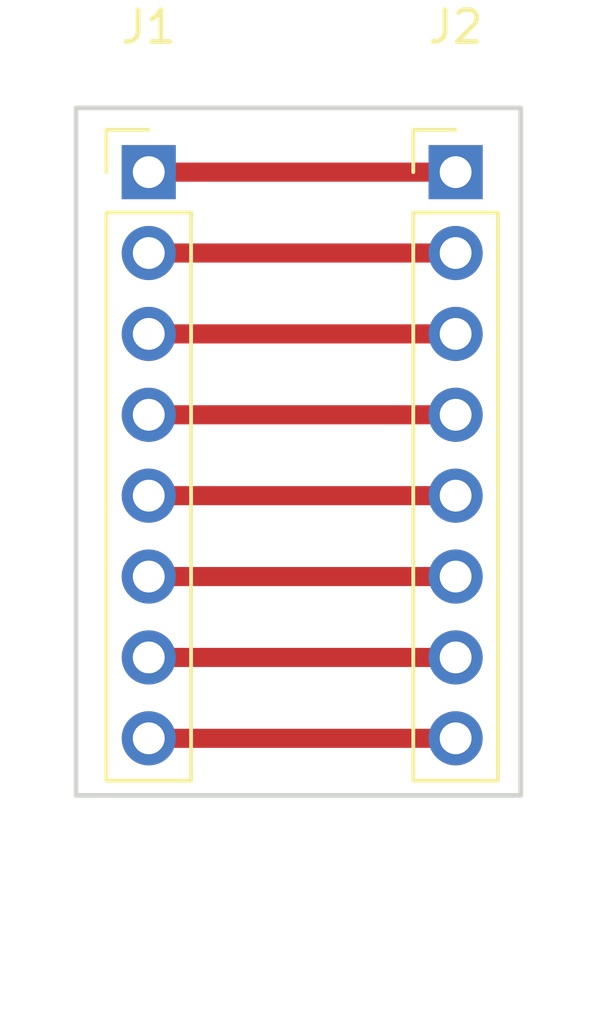
<source format=kicad_pcb>
(kicad_pcb (version 20171130) (host pcbnew 5.0.0-rc2-dev-unknown-5e5e80d~64~ubuntu16.04.1)

  (general
    (thickness 1.6)
    (drawings 4)
    (tracks 9)
    (zones 0)
    (modules 2)
    (nets 9)
  )

  (page A4)
  (layers
    (0 F.Cu signal)
    (31 B.Cu signal)
    (32 B.Adhes user)
    (33 F.Adhes user)
    (34 B.Paste user)
    (35 F.Paste user)
    (36 B.SilkS user)
    (37 F.SilkS user)
    (38 B.Mask user)
    (39 F.Mask user)
    (40 Dwgs.User user)
    (41 Cmts.User user)
    (42 Eco1.User user)
    (43 Eco2.User user)
    (44 Edge.Cuts user)
    (45 Margin user)
    (46 B.CrtYd user)
    (47 F.CrtYd user)
    (48 B.Fab user)
    (49 F.Fab user)
  )

  (setup
    (last_trace_width 0.6)
    (trace_clearance 0.6)
    (zone_clearance 0.508)
    (zone_45_only no)
    (trace_min 0.2)
    (segment_width 0.2)
    (edge_width 0.15)
    (via_size 0.8)
    (via_drill 0.4)
    (via_min_size 0.4)
    (via_min_drill 0.3)
    (uvia_size 0.3)
    (uvia_drill 0.1)
    (uvias_allowed no)
    (uvia_min_size 0.2)
    (uvia_min_drill 0.1)
    (pcb_text_width 0.3)
    (pcb_text_size 1.5 1.5)
    (mod_edge_width 0.15)
    (mod_text_size 1 1)
    (mod_text_width 0.15)
    (pad_size 1.524 1.524)
    (pad_drill 0.762)
    (pad_to_mask_clearance 0.2)
    (aux_axis_origin 0 0)
    (visible_elements FFFFFF7F)
    (pcbplotparams
      (layerselection 0x01000_7fffffff)
      (usegerberextensions false)
      (usegerberattributes false)
      (usegerberadvancedattributes false)
      (creategerberjobfile false)
      (excludeedgelayer true)
      (linewidth 0.100000)
      (plotframeref false)
      (viasonmask false)
      (mode 1)
      (useauxorigin false)
      (hpglpennumber 1)
      (hpglpenspeed 20)
      (hpglpendiameter 15)
      (psnegative false)
      (psa4output false)
      (plotreference true)
      (plotvalue true)
      (plotinvisibletext false)
      (padsonsilk false)
      (subtractmaskfromsilk false)
      (outputformat 1)
      (mirror false)
      (drillshape 0)
      (scaleselection 1)
      (outputdirectory ""))
  )

  (net 0 "")
  (net 1 "Net-(J1-Pad8)")
  (net 2 "Net-(J1-Pad7)")
  (net 3 "Net-(J1-Pad6)")
  (net 4 "Net-(J1-Pad5)")
  (net 5 "Net-(J1-Pad4)")
  (net 6 "Net-(J1-Pad3)")
  (net 7 "Net-(J1-Pad2)")
  (net 8 "Net-(J1-Pad1)")

  (net_class Default "This is the default net class."
    (clearance 0.6)
    (trace_width 0.6)
    (via_dia 0.8)
    (via_drill 0.4)
    (uvia_dia 0.3)
    (uvia_drill 0.1)
    (add_net "Net-(J1-Pad1)")
    (add_net "Net-(J1-Pad2)")
    (add_net "Net-(J1-Pad3)")
    (add_net "Net-(J1-Pad4)")
    (add_net "Net-(J1-Pad5)")
    (add_net "Net-(J1-Pad6)")
    (add_net "Net-(J1-Pad7)")
    (add_net "Net-(J1-Pad8)")
  )

  (module Pin_Headers:Pin_Header_Straight_1x08_Pitch2.54mm (layer F.Cu) (tedit 59650532) (tstamp 5B55D04B)
    (at 143.252619 82.0275)
    (descr "Through hole straight pin header, 1x08, 2.54mm pitch, single row")
    (tags "Through hole pin header THT 1x08 2.54mm single row")
    (path /5B51CE6C)
    (fp_text reference J1 (at 0 -4.5575) (layer F.SilkS)
      (effects (font (size 1 1) (thickness 0.15)))
    )
    (fp_text value Conn_01x08 (at 0 25.9225) (layer F.Fab)
      (effects (font (size 1 1) (thickness 0.15)))
    )
    (fp_text user %R (at 0 8.89 90) (layer F.Fab)
      (effects (font (size 1 1) (thickness 0.15)))
    )
    (fp_line (start 1.8 -1.8) (end -1.8 -1.8) (layer F.CrtYd) (width 0.05))
    (fp_line (start 1.8 19.55) (end 1.8 -1.8) (layer F.CrtYd) (width 0.05))
    (fp_line (start -1.8 19.55) (end 1.8 19.55) (layer F.CrtYd) (width 0.05))
    (fp_line (start -1.8 -1.8) (end -1.8 19.55) (layer F.CrtYd) (width 0.05))
    (fp_line (start -1.33 -1.33) (end 0 -1.33) (layer F.SilkS) (width 0.12))
    (fp_line (start -1.33 0) (end -1.33 -1.33) (layer F.SilkS) (width 0.12))
    (fp_line (start -1.33 1.27) (end 1.33 1.27) (layer F.SilkS) (width 0.12))
    (fp_line (start 1.33 1.27) (end 1.33 19.11) (layer F.SilkS) (width 0.12))
    (fp_line (start -1.33 1.27) (end -1.33 19.11) (layer F.SilkS) (width 0.12))
    (fp_line (start -1.33 19.11) (end 1.33 19.11) (layer F.SilkS) (width 0.12))
    (fp_line (start -1.27 -0.635) (end -0.635 -1.27) (layer F.Fab) (width 0.1))
    (fp_line (start -1.27 19.05) (end -1.27 -0.635) (layer F.Fab) (width 0.1))
    (fp_line (start 1.27 19.05) (end -1.27 19.05) (layer F.Fab) (width 0.1))
    (fp_line (start 1.27 -1.27) (end 1.27 19.05) (layer F.Fab) (width 0.1))
    (fp_line (start -0.635 -1.27) (end 1.27 -1.27) (layer F.Fab) (width 0.1))
    (pad 8 thru_hole oval (at 0 17.78) (size 1.7 1.7) (drill 1) (layers *.Cu *.Mask)
      (net 1 "Net-(J1-Pad8)"))
    (pad 7 thru_hole oval (at 0 15.24) (size 1.7 1.7) (drill 1) (layers *.Cu *.Mask)
      (net 2 "Net-(J1-Pad7)"))
    (pad 6 thru_hole oval (at 0 12.7) (size 1.7 1.7) (drill 1) (layers *.Cu *.Mask)
      (net 3 "Net-(J1-Pad6)"))
    (pad 5 thru_hole oval (at 0 10.16) (size 1.7 1.7) (drill 1) (layers *.Cu *.Mask)
      (net 4 "Net-(J1-Pad5)"))
    (pad 4 thru_hole oval (at 0 7.62) (size 1.7 1.7) (drill 1) (layers *.Cu *.Mask)
      (net 5 "Net-(J1-Pad4)"))
    (pad 3 thru_hole oval (at 0 5.08) (size 1.7 1.7) (drill 1) (layers *.Cu *.Mask)
      (net 6 "Net-(J1-Pad3)"))
    (pad 2 thru_hole oval (at 0 2.54) (size 1.7 1.7) (drill 1) (layers *.Cu *.Mask)
      (net 7 "Net-(J1-Pad2)"))
    (pad 1 thru_hole rect (at 0 0) (size 1.7 1.7) (drill 1) (layers *.Cu *.Mask)
      (net 8 "Net-(J1-Pad1)"))
    (model ${KISYS3DMOD}/Pin_Headers.3dshapes/Pin_Header_Straight_1x08_Pitch2.54mm.wrl
      (at (xyz 0 0 0))
      (scale (xyz 1 1 1))
      (rotate (xyz 0 0 0))
    )
  )

  (module Pin_Headers:Pin_Header_Straight_1x08_Pitch2.54mm (layer F.Cu) (tedit 59650532) (tstamp 5B55CFC3)
    (at 152.892619 82.0275)
    (descr "Through hole straight pin header, 1x08, 2.54mm pitch, single row")
    (tags "Through hole pin header THT 1x08 2.54mm single row")
    (path /5B51CEBA)
    (fp_text reference J2 (at 0 -4.5575) (layer F.SilkS)
      (effects (font (size 1 1) (thickness 0.15)))
    )
    (fp_text value Conn_01x08 (at 0 25.9225) (layer F.Fab)
      (effects (font (size 1 1) (thickness 0.15)))
    )
    (fp_line (start -0.635 -1.27) (end 1.27 -1.27) (layer F.Fab) (width 0.1))
    (fp_line (start 1.27 -1.27) (end 1.27 19.05) (layer F.Fab) (width 0.1))
    (fp_line (start 1.27 19.05) (end -1.27 19.05) (layer F.Fab) (width 0.1))
    (fp_line (start -1.27 19.05) (end -1.27 -0.635) (layer F.Fab) (width 0.1))
    (fp_line (start -1.27 -0.635) (end -0.635 -1.27) (layer F.Fab) (width 0.1))
    (fp_line (start -1.33 19.11) (end 1.33 19.11) (layer F.SilkS) (width 0.12))
    (fp_line (start -1.33 1.27) (end -1.33 19.11) (layer F.SilkS) (width 0.12))
    (fp_line (start 1.33 1.27) (end 1.33 19.11) (layer F.SilkS) (width 0.12))
    (fp_line (start -1.33 1.27) (end 1.33 1.27) (layer F.SilkS) (width 0.12))
    (fp_line (start -1.33 0) (end -1.33 -1.33) (layer F.SilkS) (width 0.12))
    (fp_line (start -1.33 -1.33) (end 0 -1.33) (layer F.SilkS) (width 0.12))
    (fp_line (start -1.8 -1.8) (end -1.8 19.55) (layer F.CrtYd) (width 0.05))
    (fp_line (start -1.8 19.55) (end 1.8 19.55) (layer F.CrtYd) (width 0.05))
    (fp_line (start 1.8 19.55) (end 1.8 -1.8) (layer F.CrtYd) (width 0.05))
    (fp_line (start 1.8 -1.8) (end -1.8 -1.8) (layer F.CrtYd) (width 0.05))
    (fp_text user %R (at 0 8.89 90) (layer F.Fab)
      (effects (font (size 1 1) (thickness 0.15)))
    )
    (pad 1 thru_hole rect (at 0 0) (size 1.7 1.7) (drill 1) (layers *.Cu *.Mask)
      (net 8 "Net-(J1-Pad1)"))
    (pad 2 thru_hole oval (at 0 2.54) (size 1.7 1.7) (drill 1) (layers *.Cu *.Mask)
      (net 7 "Net-(J1-Pad2)"))
    (pad 3 thru_hole oval (at 0 5.08) (size 1.7 1.7) (drill 1) (layers *.Cu *.Mask)
      (net 6 "Net-(J1-Pad3)"))
    (pad 4 thru_hole oval (at 0 7.62) (size 1.7 1.7) (drill 1) (layers *.Cu *.Mask)
      (net 5 "Net-(J1-Pad4)"))
    (pad 5 thru_hole oval (at 0 10.16) (size 1.7 1.7) (drill 1) (layers *.Cu *.Mask)
      (net 4 "Net-(J1-Pad5)"))
    (pad 6 thru_hole oval (at 0 12.7) (size 1.7 1.7) (drill 1) (layers *.Cu *.Mask)
      (net 3 "Net-(J1-Pad6)"))
    (pad 7 thru_hole oval (at 0 15.24) (size 1.7 1.7) (drill 1) (layers *.Cu *.Mask)
      (net 2 "Net-(J1-Pad7)"))
    (pad 8 thru_hole oval (at 0 17.78) (size 1.7 1.7) (drill 1) (layers *.Cu *.Mask)
      (net 1 "Net-(J1-Pad8)"))
    (model ${KISYS3DMOD}/Pin_Headers.3dshapes/Pin_Header_Straight_1x08_Pitch2.54mm.wrl
      (at (xyz 0 0 0))
      (scale (xyz 1 1 1))
      (rotate (xyz 0 0 0))
    )
  )

  (gr_line (start 140.97 101.6) (end 140.97 80.01) (layer Edge.Cuts) (width 0.15))
  (gr_line (start 154.94 101.6) (end 140.97 101.6) (layer Edge.Cuts) (width 0.15))
  (gr_line (start 154.94 80.01) (end 154.94 101.6) (layer Edge.Cuts) (width 0.15))
  (gr_line (start 140.97 80.01) (end 154.94 80.01) (layer Edge.Cuts) (width 0.15))

  (segment (start 143.252619 99.8075) (end 152.892619 99.8075) (width 0.6) (layer F.Cu) (net 1))
  (segment (start 143.252619 97.2675) (end 152.892619 97.2675) (width 0.6) (layer F.Cu) (net 2))
  (segment (start 143.252619 94.7275) (end 152.892619 94.7275) (width 0.6) (layer F.Cu) (net 3))
  (segment (start 143.252619 92.1875) (end 152.892619 92.1875) (width 0.6) (layer F.Cu) (net 4))
  (segment (start 143.252619 89.6475) (end 152.892619 89.6475) (width 0.6) (layer F.Cu) (net 5))
  (segment (start 143.252619 87.1075) (end 152.892619 87.1075) (width 0.6) (layer F.Cu) (net 6))
  (segment (start 143.252619 84.5675) (end 152.892619 84.5675) (width 0.6) (layer F.Cu) (net 7))
  (segment (start 144.702619 82.0275) (end 152.892619 82.0275) (width 0.6) (layer F.Cu) (net 8))
  (segment (start 143.252619 82.0275) (end 144.702619 82.0275) (width 0.6) (layer F.Cu) (net 8))

)

</source>
